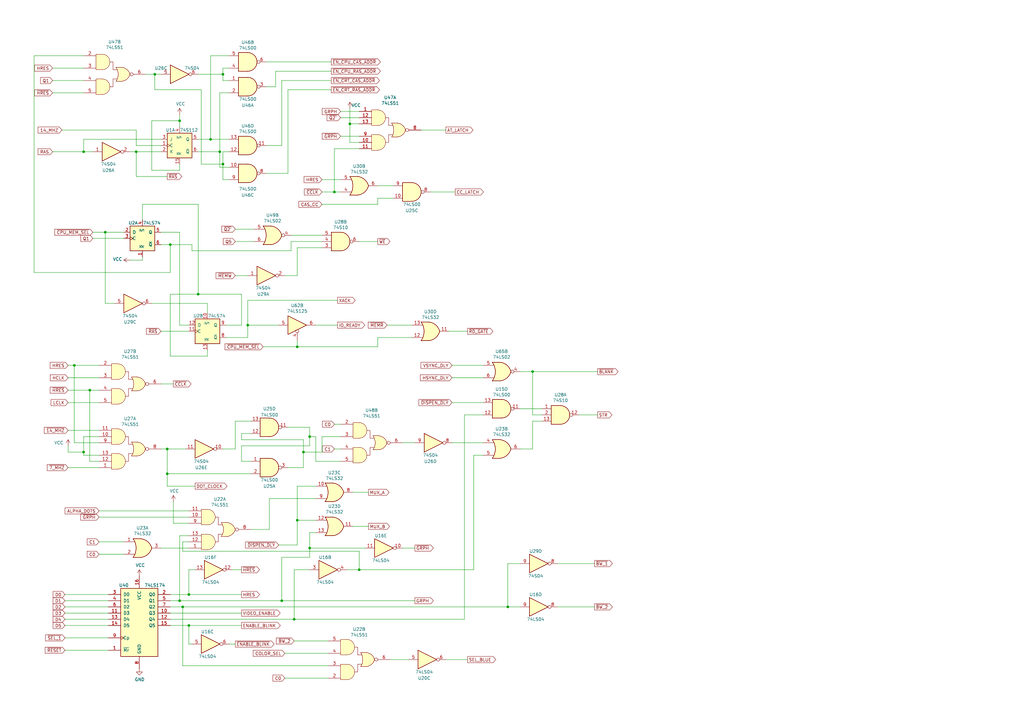
<source format=kicad_sch>
(kicad_sch (version 20230121) (generator eeschema)
  (paper "A3")
  (lib_symbols
    (symbol "74xx:74LS00" (pin_names (offset 1.016))
      (property "Reference" "U" (at 0 1.27 0))
      (property "Value" "74LS00" (at 0 -1.27 0))
      (symbol "74LS00_1_1"
        (pin input line (at -7.62 2.54 0) (length 3.81) (name "~") (number "1"))
        (pin input line (at -7.62 -2.54 0) (length 3.81) (name "~") (number "2"))
        (pin output inverted (at 7.62 0 180) (length 3.81) (name "~") (number "3"))
      )
      (symbol "74LS00_1_2"
        (pin input inverted (at -7.62 2.54 0) (length 4.318) (name "~") (number "1"))
        (pin input inverted (at -7.62 -2.54 0) (length 4.318) (name "~") (number "2"))
        (pin output line (at 7.62 0 180) (length 3.81) (name "~") (number "3"))
      )
      (symbol "74LS00_2_1"
        (pin input line (at -7.62 2.54 0) (length 3.81) (name "~") (number "4"))
        (pin input line (at -7.62 -2.54 0) (length 3.81) (name "~") (number "5"))
        (pin output inverted (at 7.62 0 180) (length 3.81) (name "~") (number "6"))
      )
      (symbol "74LS00_2_2"
        (pin input inverted (at -7.62 2.54 0) (length 4.318) (name "~") (number "4"))
        (pin input inverted (at -7.62 -2.54 0) (length 4.318) (name "~") (number "5"))
        (pin output line (at 7.62 0 180) (length 3.81) (name "~") (number "6"))
      )
      (symbol "74LS00_3_1"
        (pin input line (at -7.62 -2.54 0) (length 3.81) (name "~") (number "10"))
        (pin output inverted (at 7.62 0 180) (length 3.81) (name "~") (number "8"))
        (pin input line (at -7.62 2.54 0) (length 3.81) (name "~") (number "9"))
      )
      (symbol "74LS00_3_2"
        (pin input inverted (at -7.62 -2.54 0) (length 4.318) (name "~") (number "10"))
        (pin output line (at 7.62 0 180) (length 3.81) (name "~") (number "8"))
        (pin input inverted (at -7.62 2.54 0) (length 4.318) (name "~") (number "9"))
      )
      (symbol "74LS00_4_1"
        (pin output inverted (at 7.62 0 180) (length 3.81) (name "~") (number "11"))
        (pin input line (at -7.62 2.54 0) (length 3.81) (name "~") (number "12"))
        (pin input line (at -7.62 -2.54 0) (length 3.81) (name "~") (number "13"))
      )
      (symbol "74LS00_4_2"
        (pin output line (at 7.62 0 180) (length 3.81) (name "~") (number "11"))
        (pin input inverted (at -7.62 2.54 0) (length 4.318) (name "~") (number "12"))
        (pin input inverted (at -7.62 -2.54 0) (length 4.318) (name "~") (number "13"))
      )
      (symbol "74LS00_5_0"
        (pin power_in line (at 0 12.7 270) (length 5.08) (name "VCC") (number "14"))
        (pin power_in line (at 0 -12.7 90) (length 5.08) (name "GND") (number "7"))
      )
    )
    (symbol "74xx:74LS02" (pin_names (offset 1.016))
      (property "Reference" "U" (at 0 1.27 0))
      (property "Value" "74LS02" (at 0 -1.27 0))
      (symbol "74LS02_1_1"
        (pin output inverted (at 7.62 0 180) (length 3.81) (name "~") (number "1"))
        (pin input line (at -7.62 2.54 0) (length 4.318) (name "~") (number "2"))
        (pin input line (at -7.62 -2.54 0) (length 4.318) (name "~") (number "3"))
      )
      (symbol "74LS02_1_2"
        (pin output line (at 7.62 0 180) (length 3.81) (name "~") (number "1"))
        (pin input inverted (at -7.62 2.54 0) (length 3.81) (name "~") (number "2"))
        (pin input inverted (at -7.62 -2.54 0) (length 3.81) (name "~") (number "3"))
      )
      (symbol "74LS02_2_1"
        (pin output inverted (at 7.62 0 180) (length 3.81) (name "~") (number "4"))
        (pin input line (at -7.62 2.54 0) (length 4.318) (name "~") (number "5"))
        (pin input line (at -7.62 -2.54 0) (length 4.318) (name "~") (number "6"))
      )
      (symbol "74LS02_2_2"
        (pin output line (at 7.62 0 180) (length 3.81) (name "~") (number "4"))
        (pin input inverted (at -7.62 2.54 0) (length 3.81) (name "~") (number "5"))
        (pin input inverted (at -7.62 -2.54 0) (length 3.81) (name "~") (number "6"))
      )
      (symbol "74LS02_3_1"
        (pin output inverted (at 7.62 0 180) (length 3.81) (name "~") (number "10"))
        (pin input line (at -7.62 2.54 0) (length 4.318) (name "~") (number "8"))
        (pin input line (at -7.62 -2.54 0) (length 4.318) (name "~") (number "9"))
      )
      (symbol "74LS02_3_2"
        (pin output line (at 7.62 0 180) (length 3.81) (name "~") (number "10"))
        (pin input inverted (at -7.62 2.54 0) (length 3.81) (name "~") (number "8"))
        (pin input inverted (at -7.62 -2.54 0) (length 3.81) (name "~") (number "9"))
      )
      (symbol "74LS02_4_1"
        (pin input line (at -7.62 2.54 0) (length 4.318) (name "~") (number "11"))
        (pin input line (at -7.62 -2.54 0) (length 4.318) (name "~") (number "12"))
        (pin output inverted (at 7.62 0 180) (length 3.81) (name "~") (number "13"))
      )
      (symbol "74LS02_4_2"
        (pin input inverted (at -7.62 2.54 0) (length 3.81) (name "~") (number "11"))
        (pin input inverted (at -7.62 -2.54 0) (length 3.81) (name "~") (number "12"))
        (pin output line (at 7.62 0 180) (length 3.81) (name "~") (number "13"))
      )
      (symbol "74LS02_5_0"
        (pin power_in line (at 0 12.7 270) (length 5.08) (name "VCC") (number "14"))
        (pin power_in line (at 0 -12.7 90) (length 5.08) (name "GND") (number "7"))
      )
    )
    (symbol "74xx:74LS04"
      (property "Reference" "U" (at 0 1.27 0))
      (property "Value" "74LS04" (at 0 -1.27 0))
      (symbol "74LS04_1_0"
        (pin input line (at -7.62 0 0) (length 3.81) (name "~") (number "1"))
        (pin output inverted (at 7.62 0 180) (length 3.81) (name "~") (number "2"))
      )
      (symbol "74LS04_2_0"
        (pin input line (at -7.62 0 0) (length 3.81) (name "~") (number "3"))
        (pin output inverted (at 7.62 0 180) (length 3.81) (name "~") (number "4"))
      )
      (symbol "74LS04_3_0"
        (pin input line (at -7.62 0 0) (length 3.81) (name "~") (number "5"))
        (pin output inverted (at 7.62 0 180) (length 3.81) (name "~") (number "6"))
      )
      (symbol "74LS04_4_0"
        (pin output inverted (at 7.62 0 180) (length 3.81) (name "~") (number "8"))
        (pin input line (at -7.62 0 0) (length 3.81) (name "~") (number "9"))
      )
      (symbol "74LS04_5_0"
        (pin output inverted (at 7.62 0 180) (length 3.81) (name "~") (number "10"))
        (pin input line (at -7.62 0 0) (length 3.81) (name "~") (number "11"))
      )
      (symbol "74LS04_6_0"
        (pin output inverted (at 7.62 0 180) (length 3.81) (name "~") (number "12"))
        (pin input line (at -7.62 0 0) (length 3.81) (name "~") (number "13"))
      )
      (symbol "74LS04_7_0"
        (pin power_in line (at 0 12.7 270) (length 5.08) (name "VCC") (number "14"))
        (pin power_in line (at 0 -12.7 90) (length 5.08) (name "GND") (number "7"))
      )
    )
    (symbol "74xx:74LS10" (pin_names (offset 1.016))
      (property "Reference" "U" (at 0 1.27 0))
      (property "Value" "74LS10" (at 0 -1.27 0))
      (symbol "74LS10_1_1"
        (pin input line (at -7.62 2.54 0) (length 3.81) (name "~") (number "1"))
        (pin output inverted (at 7.62 0 180) (length 3.81) (name "~") (number "12"))
        (pin input line (at -7.62 -2.54 0) (length 3.81) (name "~") (number "13"))
        (pin input line (at -7.62 0 0) (length 3.81) (name "~") (number "2"))
      )
      (symbol "74LS10_1_2"
        (pin input inverted (at -7.62 2.54 0) (length 4.318) (name "~") (number "1"))
        (pin output line (at 7.62 0 180) (length 3.81) (name "~") (number "12"))
        (pin input inverted (at -7.62 -2.54 0) (length 4.318) (name "~") (number "13"))
        (pin input inverted (at -7.62 0 0) (length 4.953) (name "~") (number "2"))
      )
      (symbol "74LS10_2_1"
        (pin input line (at -7.62 2.54 0) (length 3.81) (name "~") (number "3"))
        (pin input line (at -7.62 0 0) (length 3.81) (name "~") (number "4"))
        (pin input line (at -7.62 -2.54 0) (length 3.81) (name "~") (number "5"))
        (pin output inverted (at 7.62 0 180) (length 3.81) (name "~") (number "6"))
      )
      (symbol "74LS10_2_2"
        (pin input inverted (at -7.62 2.54 0) (length 4.318) (name "~") (number "3"))
        (pin input inverted (at -7.62 0 0) (length 4.953) (name "~") (number "4"))
        (pin input inverted (at -7.62 -2.54 0) (length 4.318) (name "~") (number "5"))
        (pin output line (at 7.62 0 180) (length 3.81) (name "~") (number "6"))
      )
      (symbol "74LS10_3_1"
        (pin input line (at -7.62 0 0) (length 3.81) (name "~") (number "10"))
        (pin input line (at -7.62 -2.54 0) (length 3.81) (name "~") (number "11"))
        (pin output inverted (at 7.62 0 180) (length 3.81) (name "~") (number "8"))
        (pin input line (at -7.62 2.54 0) (length 3.81) (name "~") (number "9"))
      )
      (symbol "74LS10_3_2"
        (pin input inverted (at -7.62 0 0) (length 4.953) (name "~") (number "10"))
        (pin input inverted (at -7.62 -2.54 0) (length 4.318) (name "~") (number "11"))
        (pin output line (at 7.62 0 180) (length 3.81) (name "~") (number "8"))
        (pin input inverted (at -7.62 2.54 0) (length 4.318) (name "~") (number "9"))
      )
      (symbol "74LS10_4_0"
        (pin power_in line (at 0 12.7 270) (length 5.08) (name "VCC") (number "14"))
        (pin power_in line (at 0 -12.7 90) (length 5.08) (name "GND") (number "7"))
      )
    )
    (symbol "74xx:74LS112" (pin_names (offset 1.016))
      (property "Reference" "U" (at -7.62 8.89 0))
      (property "Value" "74LS112" (at -7.62 -8.89 0))
      (symbol "74LS112_1_0"
        (pin input clock (at -7.62 0 0) (length 2.54) (name "C") (number "1"))
        (pin input line (at 0 -7.62 90) (length 2.54) (name "~{R}") (number "15"))
        (pin input line (at -7.62 -2.54 0) (length 2.54) (name "K") (number "2"))
        (pin input line (at -7.62 2.54 0) (length 2.54) (name "J") (number "3"))
        (pin input line (at 0 7.62 270) (length 2.54) (name "~{S}") (number "4"))
        (pin output line (at 7.62 2.54 180) (length 2.54) (name "Q") (number "5"))
        (pin output line (at 7.62 -2.54 180) (length 2.54) (name "~{Q}") (number "6"))
      )
      (symbol "74LS112_2_0"
        (pin input line (at 0 7.62 270) (length 2.54) (name "~{S}") (number "10"))
        (pin input line (at -7.62 2.54 0) (length 2.54) (name "J") (number "11"))
        (pin input line (at -7.62 -2.54 0) (length 2.54) (name "K") (number "12"))
        (pin input clock (at -7.62 0 0) (length 2.54) (name "C") (number "13"))
        (pin input line (at 0 -7.62 90) (length 2.54) (name "~{R}") (number "14"))
        (pin output line (at 7.62 -2.54 180) (length 2.54) (name "~{Q}") (number "7"))
        (pin output line (at 7.62 2.54 180) (length 2.54) (name "Q") (number "9"))
      )
      (symbol "74LS112_3_0"
        (pin power_in line (at 0 10.16 270) (length 2.54) (name "VCC") (number "16"))
        (pin power_in line (at 0 -10.16 90) (length 2.54) (name "GND") (number "8"))
      )
    )
    (symbol "74xx:74LS125" (pin_names (offset 1.016))
      (property "Reference" "U" (at 0 1.27 0))
      (property "Value" "74LS125" (at 0 -1.27 0))
      (symbol "74LS125_1_0"
        (pin input inverted (at 0 -6.35 90) (length 4.445) (name "~") (number "1"))
        (pin input line (at -7.62 0 0) (length 3.81) (name "~") (number "2"))
        (pin tri_state line (at 7.62 0 180) (length 3.81) (name "~") (number "3"))
      )
      (symbol "74LS125_2_0"
        (pin input inverted (at 0 -6.35 90) (length 4.445) (name "~") (number "4"))
        (pin input line (at -7.62 0 0) (length 3.81) (name "~") (number "5"))
        (pin tri_state line (at 7.62 0 180) (length 3.81) (name "~") (number "6"))
      )
      (symbol "74LS125_3_0"
        (pin input inverted (at 0 -6.35 90) (length 4.445) (name "~") (number "10"))
        (pin tri_state line (at 7.62 0 180) (length 3.81) (name "~") (number "8"))
        (pin input line (at -7.62 0 0) (length 3.81) (name "~") (number "9"))
      )
      (symbol "74LS125_4_0"
        (pin tri_state line (at 7.62 0 180) (length 3.81) (name "~") (number "11"))
        (pin input line (at -7.62 0 0) (length 3.81) (name "~") (number "12"))
        (pin input inverted (at 0 -6.35 90) (length 4.445) (name "~") (number "13"))
      )
      (symbol "74LS125_5_0"
        (pin power_in line (at 0 12.7 270) (length 5.08) (name "VCC") (number "14"))
        (pin power_in line (at 0 -12.7 90) (length 5.08) (name "GND") (number "7"))
      )
    )
    (symbol "74xx:74LS174" (pin_names (offset 1.016))
      (property "Reference" "U" (at -7.62 13.97 0))
      (property "Value" "74LS174" (at -7.62 -16.51 0))
      (symbol "74LS174_1_0"
        (pin input line (at -12.7 -12.7 0) (length 5.08) (name "~{Mr}") (number "1"))
        (pin output line (at 12.7 2.54 180) (length 5.08) (name "Q3") (number "10"))
        (pin input line (at -12.7 2.54 0) (length 5.08) (name "D3") (number "11"))
        (pin output line (at 12.7 0 180) (length 5.08) (name "Q4") (number "12"))
        (pin input line (at -12.7 0 0) (length 5.08) (name "D4") (number "13"))
        (pin input line (at -12.7 -2.54 0) (length 5.08) (name "D5") (number "14"))
        (pin output line (at 12.7 -2.54 180) (length 5.08) (name "Q5") (number "15"))
        (pin power_in line (at 0 17.78 270) (length 5.08) (name "VCC") (number "16"))
        (pin output line (at 12.7 10.16 180) (length 5.08) (name "Q0") (number "2"))
        (pin input line (at -12.7 10.16 0) (length 5.08) (name "D0") (number "3"))
        (pin input line (at -12.7 7.62 0) (length 5.08) (name "D1") (number "4"))
        (pin output line (at 12.7 7.62 180) (length 5.08) (name "Q1") (number "5"))
        (pin input line (at -12.7 5.08 0) (length 5.08) (name "D2") (number "6"))
        (pin output line (at 12.7 5.08 180) (length 5.08) (name "Q2") (number "7"))
        (pin power_in line (at 0 -20.32 90) (length 5.08) (name "GND") (number "8"))
        (pin input clock (at -12.7 -7.62 0) (length 5.08) (name "Cp") (number "9"))
      )
    )
    (symbol "74xx:74LS32" (pin_names (offset 1.016))
      (property "Reference" "U" (at 0 1.27 0))
      (property "Value" "74LS32" (at 0 -1.27 0))
      (symbol "74LS32_1_1"
        (pin input line (at -7.62 2.54 0) (length 4.318) (name "~") (number "1"))
        (pin input line (at -7.62 -2.54 0) (length 4.318) (name "~") (number "2"))
        (pin output line (at 7.62 0 180) (length 3.81) (name "~") (number "3"))
      )
      (symbol "74LS32_1_2"
        (pin input inverted (at -7.62 2.54 0) (length 3.81) (name "~") (number "1"))
        (pin input inverted (at -7.62 -2.54 0) (length 3.81) (name "~") (number "2"))
        (pin output inverted (at 7.62 0 180) (length 3.81) (name "~") (number "3"))
      )
      (symbol "74LS32_2_1"
        (pin input line (at -7.62 2.54 0) (length 4.318) (name "~") (number "4"))
        (pin input line (at -7.62 -2.54 0) (length 4.318) (name "~") (number "5"))
        (pin output line (at 7.62 0 180) (length 3.81) (name "~") (number "6"))
      )
      (symbol "74LS32_2_2"
        (pin input inverted (at -7.62 2.54 0) (length 3.81) (name "~") (number "4"))
        (pin input inverted (at -7.62 -2.54 0) (length 3.81) (name "~") (number "5"))
        (pin output inverted (at 7.62 0 180) (length 3.81) (name "~") (number "6"))
      )
      (symbol "74LS32_3_1"
        (pin input line (at -7.62 -2.54 0) (length 4.318) (name "~") (number "10"))
        (pin output line (at 7.62 0 180) (length 3.81) (name "~") (number "8"))
        (pin input line (at -7.62 2.54 0) (length 4.318) (name "~") (number "9"))
      )
      (symbol "74LS32_3_2"
        (pin input inverted (at -7.62 -2.54 0) (length 3.81) (name "~") (number "10"))
        (pin output inverted (at 7.62 0 180) (length 3.81) (name "~") (number "8"))
        (pin input inverted (at -7.62 2.54 0) (length 3.81) (name "~") (number "9"))
      )
      (symbol "74LS32_4_1"
        (pin output line (at 7.62 0 180) (length 3.81) (name "~") (number "11"))
        (pin input line (at -7.62 2.54 0) (length 4.318) (name "~") (number "12"))
        (pin input line (at -7.62 -2.54 0) (length 4.318) (name "~") (number "13"))
      )
      (symbol "74LS32_4_2"
        (pin output inverted (at 7.62 0 180) (length 3.81) (name "~") (number "11"))
        (pin input inverted (at -7.62 2.54 0) (length 3.81) (name "~") (number "12"))
        (pin input inverted (at -7.62 -2.54 0) (length 3.81) (name "~") (number "13"))
      )
      (symbol "74LS32_5_0"
        (pin power_in line (at 0 12.7 270) (length 5.08) (name "VCC") (number "14"))
        (pin power_in line (at 0 -12.7 90) (length 5.08) (name "GND") (number "7"))
      )
    )
    (symbol "74xx:74LS51" (pin_names (offset 1.016))
      (property "Reference" "U" (at -7.62 10.16 0))
      (property "Value" "74LS51" (at -7.62 -10.16 0))
      (symbol "74LS51_1_0"
        (pin input line (at -12.7 7.62 0) (length 5.08) (name "~") (number "1"))
        (pin input line (at -12.7 -5.08 0) (length 5.08) (name "~") (number "10"))
        (pin input line (at -12.7 -7.62 0) (length 5.08) (name "~") (number "11"))
        (pin input line (at -12.7 5.08 0) (length 5.08) (name "~") (number "12"))
        (pin input line (at -12.7 2.54 0) (length 5.08) (name "~") (number "13"))
        (pin output line (at 12.7 0 180) (length 5.08) (name "~") (number "8"))
        (pin input line (at -12.7 -2.54 0) (length 5.08) (name "~") (number "9"))
      )
      (symbol "74LS51_2_0"
        (pin input line (at -12.7 7.62 0) (length 5.08) (name "~") (number "2"))
        (pin input line (at -12.7 2.54 0) (length 5.08) (name "~") (number "3"))
        (pin input line (at -12.7 -2.54 0) (length 5.08) (name "~") (number "4"))
        (pin input line (at -12.7 -7.62 0) (length 5.08) (name "~") (number "5"))
        (pin output line (at 12.7 0 180) (length 5.08) (name "~") (number "6"))
      )
      (symbol "74LS51_3_0"
        (pin power_in line (at 0 12.7 270) (length 5.08) (name "VCC") (number "14"))
        (pin power_in line (at 0 -12.7 90) (length 5.08) (name "GND") (number "7"))
      )
    )
    (symbol "74xx:74LS74" (pin_names (offset 1.016))
      (property "Reference" "U" (at -7.62 8.89 0))
      (property "Value" "74LS74" (at -7.62 -8.89 0))
      (symbol "74LS74_1_0"
        (pin input line (at 0 -7.62 90) (length 2.54) (name "~{R}") (number "1"))
        (pin input line (at -7.62 2.54 0) (length 2.54) (name "D") (number "2"))
        (pin input clock (at -7.62 0 0) (length 2.54) (name "C") (number "3"))
        (pin input line (at 0 7.62 270) (length 2.54) (name "~{S}") (number "4"))
        (pin output line (at 7.62 2.54 180) (length 2.54) (name "Q") (number "5"))
        (pin output line (at 7.62 -2.54 180) (length 2.54) (name "~{Q}") (number "6"))
      )
      (symbol "74LS74_2_0"
        (pin input line (at 0 7.62 270) (length 2.54) (name "~{S}") (number "10"))
        (pin input clock (at -7.62 0 0) (length 2.54) (name "C") (number "11"))
        (pin input line (at -7.62 2.54 0) (length 2.54) (name "D") (number "12"))
        (pin input line (at 0 -7.62 90) (length 2.54) (name "~{R}") (number "13"))
        (pin output line (at 7.62 -2.54 180) (length 2.54) (name "~{Q}") (number "8"))
        (pin output line (at 7.62 2.54 180) (length 2.54) (name "Q") (number "9"))
      )
      (symbol "74LS74_3_0"
        (pin power_in line (at 0 10.16 270) (length 2.54) (name "VCC") (number "14"))
        (pin power_in line (at 0 -10.16 90) (length 2.54) (name "GND") (number "7"))
      )
    )
    (symbol "power:GND" (power) (pin_names (offset 0))
      (property "Value" "GND" (at 0 -3.81 0))
      (symbol "GND_1_1"
        (pin power_in line (at 0 0 270) (length 0) hide (name "GND") (number "1"))
      )
    )
    (symbol "power:VCC" (power) (pin_names (offset 0))
      (property "Value" "VCC" (at 0 3.81 0))
      (symbol "VCC_1_1"
        (pin power_in line (at 0 0 90) (length 0) hide (name "VCC") (number "1"))
      )
    )
  )
  (junction (at 63.5 30.48))
  (junction (at 77.47 243.84))
  (junction (at 101.6 133.35))
  (junction (at 121.92 142.24))
  (junction (at 127 179.07))
  (junction (at 34.29 62.23))
  (junction (at 55.88 62.23))
  (junction (at 143.51 50.8))
  (junction (at 91.44 30.48))
  (junction (at 69.85 100.33))
  (junction (at 77.47 256.54))
  (junction (at 208.28 248.92))
  (junction (at 81.28 120.65))
  (junction (at 120.65 254))
  (junction (at 147.32 233.68))
  (junction (at 91.44 67.31))
  (junction (at 73.66 49.53))
  (junction (at 127 224.79))
  (junction (at 43.18 95.25))
  (junction (at 90.17 62.23))
  (junction (at 68.58 184.15))
  (junction (at 34.29 185.42))
  (junction (at 74.93 248.92))
  (junction (at 124.46 185.42))
  (junction (at 86.36 57.15))
  (junction (at 115.57 246.38))
  (junction (at 137.16 78.74))
  (junction (at 73.66 246.38))
  (junction (at 68.58 194.31))
  (junction (at 218.44 152.4))
  (junction (at 121.92 213.36))
  (junction (at 30.48 149.86))
  (junction (at 36.83 160.02))
  (wire (pts (xy 120.65 254) (xy 69.85 254)))
  (wire (pts (xy 101.6 123.19) (xy 138.43 123.19)))
  (wire (pts (xy 69.85 251.46) (xy 99.06 251.46)))
  (wire (pts (xy 115.57 246.38) (xy 115.57 228.6)))
  (wire (pts (xy 68.58 184.15) (xy 68.58 194.31)))
  (wire (pts (xy 165.1 181.61) (xy 170.18 181.61)))
  (wire (pts (xy 154.94 142.24) (xy 154.94 138.43)))
  (wire (pts (xy 213.36 184.15) (xy 218.44 184.15)))
  (wire (pts (xy 218.44 184.15) (xy 218.44 172.72)))
  (wire (pts (xy 129.54 213.36) (xy 121.92 213.36)))
  (wire (pts (xy 124.46 180.34) (xy 99.06 180.34)))
  (wire (pts (xy 121.92 139.7) (xy 121.92 142.24)))
  (wire (pts (xy 44.45 254) (xy 26.67 254)))
  (wire (pts (xy 113.03 29.21) (xy 113.03 35.56)))
  (wire (pts (xy 69.85 100.33) (xy 69.85 111.76)))
  (wire (pts (xy 144.78 215.9) (xy 151.13 215.9)))
  (wire (pts (xy 99.06 189.23) (xy 102.87 189.23)))
  (wire (pts (xy 58.42 83.82) (xy 81.28 83.82)))
  (wire (pts (xy 120.65 262.89) (xy 134.62 262.89)))
  (wire (pts (xy 63.5 36.83) (xy 63.5 30.48)))
  (wire (pts (xy 93.98 264.16) (xy 96.52 264.16)))
  (wire (pts (xy 91.44 27.94) (xy 91.44 30.48)))
  (wire (pts (xy 127 233.68) (xy 120.65 233.68)))
  (wire (pts (xy 208.28 248.92) (xy 213.36 248.92)))
  (wire (pts (xy 27.94 182.88) (xy 27.94 185.42)))
  (wire (pts (xy 40.64 149.86) (xy 30.48 149.86)))
  (wire (pts (xy 62.23 124.46) (xy 85.09 124.46)))
  (wire (pts (xy 26.67 261.62) (xy 44.45 261.62)))
  (wire (pts (xy 194.31 233.68) (xy 194.31 186.69)))
  (wire (pts (xy 114.3 133.35) (xy 101.6 133.35)))
  (wire (pts (xy 139.7 78.74) (xy 137.16 78.74)))
  (wire (pts (xy 40.64 222.25) (xy 50.8 222.25)))
  (wire (pts (xy 135.89 36.83) (xy 118.11 36.83)))
  (wire (pts (xy 40.64 160.02) (xy 36.83 160.02)))
  (wire (pts (xy 121.92 142.24) (xy 107.95 142.24)))
  (wire (pts (xy 99.06 133.35) (xy 99.06 120.65)))
  (wire (pts (xy 213.36 231.14) (xy 208.28 231.14)))
  (wire (pts (xy 81.28 83.82) (xy 81.28 120.65)))
  (wire (pts (xy 73.66 95.25) (xy 73.66 133.35)))
  (wire (pts (xy 91.44 67.31) (xy 82.55 67.31)))
  (wire (pts (xy 118.11 175.26) (xy 127 175.26)))
  (wire (pts (xy 138.43 133.35) (xy 129.54 133.35)))
  (wire (pts (xy 81.28 57.15) (xy 86.36 57.15)))
  (wire (pts (xy 137.16 184.15) (xy 139.7 184.15)))
  (wire (pts (xy 119.38 102.87) (xy 119.38 99.06)))
  (wire (pts (xy 62.23 49.53) (xy 73.66 49.53)))
  (wire (pts (xy 161.29 81.28) (xy 154.94 81.28)))
  (wire (pts (xy 176.53 78.74) (xy 186.69 78.74)))
  (wire (pts (xy 115.57 33.02) (xy 115.57 59.69)))
  (wire (pts (xy 165.1 224.79) (xy 170.18 224.79)))
  (wire (pts (xy 69.85 111.76) (xy 13.97 111.76)))
  (wire (pts (xy 121.92 142.24) (xy 154.94 142.24)))
  (wire (pts (xy 71.12 157.48) (xy 66.04 157.48)))
  (wire (pts (xy 34.29 57.15) (xy 66.04 57.15)))
  (wire (pts (xy 26.67 266.7) (xy 44.45 266.7)))
  (wire (pts (xy 91.44 67.31) (xy 91.44 73.66)))
  (wire (pts (xy 147.32 226.06) (xy 74.93 226.06)))
  (wire (pts (xy 73.66 246.38) (xy 69.85 246.38)))
  (wire (pts (xy 36.83 189.23) (xy 36.83 160.02)))
  (wire (pts (xy 91.44 30.48) (xy 91.44 33.02)))
  (wire (pts (xy 154.94 81.28) (xy 154.94 83.82)))
  (wire (pts (xy 27.94 176.53) (xy 40.64 176.53)))
  (wire (pts (xy 154.94 138.43) (xy 168.91 138.43)))
  (wire (pts (xy 121.92 213.36) (xy 121.92 199.39)))
  (wire (pts (xy 190.5 170.18) (xy 190.5 254)))
  (wire (pts (xy 185.42 154.94) (xy 198.12 154.94)))
  (wire (pts (xy 80.01 233.68) (xy 77.47 233.68)))
  (wire (pts (xy 66.04 135.89) (xy 77.47 135.89)))
  (wire (pts (xy 13.97 22.86) (xy 34.29 22.86)))
  (wire (pts (xy 143.51 58.42) (xy 143.51 50.8)))
  (wire (pts (xy 237.49 170.18) (xy 245.11 170.18)))
  (wire (pts (xy 44.45 256.54) (xy 26.67 256.54)))
  (wire (pts (xy 101.6 133.35) (xy 101.6 123.19)))
  (wire (pts (xy 118.11 71.12) (xy 109.22 71.12)))
  (wire (pts (xy 90.17 62.23) (xy 90.17 68.58)))
  (wire (pts (xy 93.98 62.23) (xy 91.44 62.23)))
  (wire (pts (xy 213.36 167.64) (xy 222.25 167.64)))
  (wire (pts (xy 44.45 248.92) (xy 26.67 248.92)))
  (wire (pts (xy 69.85 256.54) (xy 77.47 256.54)))
  (wire (pts (xy 81.28 62.23) (xy 90.17 62.23)))
  (wire (pts (xy 90.17 38.1) (xy 93.98 38.1)))
  (wire (pts (xy 213.36 152.4) (xy 218.44 152.4)))
  (wire (pts (xy 73.66 49.53) (xy 73.66 52.07)))
  (wire (pts (xy 101.6 138.43) (xy 101.6 133.35)))
  (wire (pts (xy 99.06 120.65) (xy 81.28 120.65)))
  (wire (pts (xy 44.45 243.84) (xy 26.67 243.84)))
  (wire (pts (xy 218.44 172.72) (xy 222.25 172.72)))
  (wire (pts (xy 120.65 233.68) (xy 120.65 254)))
  (wire (pts (xy 95.25 233.68) (xy 99.06 233.68)))
  (wire (pts (xy 121.92 199.39) (xy 129.54 199.39)))
  (wire (pts (xy 110.49 217.17) (xy 110.49 204.47)))
  (wire (pts (xy 139.7 45.72) (xy 147.32 45.72)))
  (wire (pts (xy 34.29 62.23) (xy 34.29 57.15)))
  (wire (pts (xy 121.92 101.6) (xy 121.92 113.03)))
  (wire (pts (xy 74.93 248.92) (xy 74.93 273.05)))
  (wire (pts (xy 158.75 133.35) (xy 168.91 133.35)))
  (wire (pts (xy 218.44 170.18) (xy 222.25 170.18)))
  (wire (pts (xy 127 218.44) (xy 129.54 218.44)))
  (wire (pts (xy 77.47 233.68) (xy 77.47 243.84)))
  (wire (pts (xy 185.42 149.86) (xy 198.12 149.86)))
  (wire (pts (xy 34.29 33.02) (xy 21.59 33.02)))
  (wire (pts (xy 129.54 179.07) (xy 129.54 189.23)))
  (wire (pts (xy 58.42 106.68) (xy 58.42 105.41)))
  (wire (pts (xy 77.47 256.54) (xy 99.06 256.54)))
  (wire (pts (xy 55.88 53.34) (xy 55.88 59.69)))
  (wire (pts (xy 228.6 231.14) (xy 243.84 231.14)))
  (wire (pts (xy 137.16 60.96) (xy 137.16 78.74)))
  (wire (pts (xy 116.84 278.13) (xy 134.62 278.13)))
  (wire (pts (xy 74.93 222.25) (xy 77.47 222.25)))
  (wire (pts (xy 73.66 69.85) (xy 62.23 69.85)))
  (wire (pts (xy 114.3 223.52) (xy 121.92 223.52)))
  (wire (pts (xy 137.16 173.99) (xy 139.7 173.99)))
  (wire (pts (xy 13.97 111.76) (xy 13.97 22.86)))
  (wire (pts (xy 115.57 59.69) (xy 109.22 59.69)))
  (wire (pts (xy 44.45 251.46) (xy 26.67 251.46)))
  (wire (pts (xy 116.84 267.97) (xy 134.62 267.97)))
  (wire (pts (xy 93.98 57.15) (xy 86.36 57.15)))
  (wire (pts (xy 99.06 182.88) (xy 99.06 189.23)))
  (wire (pts (xy 86.36 57.15) (xy 86.36 22.86)))
  (wire (pts (xy 68.58 199.39) (xy 80.01 199.39)))
  (wire (pts (xy 124.46 185.42) (xy 124.46 180.34)))
  (wire (pts (xy 91.44 184.15) (xy 96.52 184.15)))
  (wire (pts (xy 190.5 254) (xy 120.65 254)))
  (wire (pts (xy 78.74 102.87) (xy 119.38 102.87)))
  (wire (pts (xy 208.28 231.14) (xy 208.28 248.92)))
  (wire (pts (xy 78.74 100.33) (xy 78.74 102.87)))
  (wire (pts (xy 55.88 72.39) (xy 68.58 72.39)))
  (wire (pts (xy 119.38 96.52) (xy 132.08 96.52)))
  (wire (pts (xy 78.74 264.16) (xy 77.47 264.16)))
  (wire (pts (xy 127 179.07) (xy 129.54 179.07)))
  (wire (pts (xy 92.71 138.43) (xy 101.6 138.43)))
  (wire (pts (xy 69.85 243.84) (xy 77.47 243.84)))
  (wire (pts (xy 182.88 270.51) (xy 191.77 270.51)))
  (wire (pts (xy 139.7 48.26) (xy 147.32 48.26)))
  (wire (pts (xy 115.57 228.6) (xy 127 228.6)))
  (wire (pts (xy 147.32 99.06) (xy 154.94 99.06)))
  (wire (pts (xy 69.85 146.05) (xy 85.09 146.05)))
  (wire (pts (xy 74.93 273.05) (xy 134.62 273.05)))
  (wire (pts (xy 115.57 246.38) (xy 170.18 246.38)))
  (wire (pts (xy 34.29 38.1) (xy 21.59 38.1)))
  (wire (pts (xy 86.36 22.86) (xy 93.98 22.86)))
  (wire (pts (xy 55.88 59.69) (xy 66.04 59.69)))
  (wire (pts (xy 40.64 181.61) (xy 30.48 181.61)))
  (wire (pts (xy 132.08 179.07) (xy 139.7 179.07)))
  (wire (pts (xy 38.1 62.23) (xy 34.29 62.23)))
  (wire (pts (xy 218.44 152.4) (xy 218.44 170.18)))
  (wire (pts (xy 127 179.07) (xy 127 182.88)))
  (wire (pts (xy 118.11 191.77) (xy 124.46 191.77)))
  (wire (pts (xy 139.7 55.88) (xy 147.32 55.88)))
  (wire (pts (xy 144.78 201.93) (xy 151.13 201.93)))
  (wire (pts (xy 77.47 264.16) (xy 77.47 256.54)))
  (wire (pts (xy 119.38 99.06) (xy 132.08 99.06)))
  (wire (pts (xy 127 224.79) (xy 127 218.44)))
  (wire (pts (xy 91.44 30.48) (xy 81.28 30.48)))
  (wire (pts (xy 53.34 62.23) (xy 55.88 62.23)))
  (wire (pts (xy 53.34 106.68) (xy 58.42 106.68)))
  (wire (pts (xy 40.64 165.1) (xy 27.94 165.1)))
  (wire (pts (xy 172.72 53.34) (xy 182.88 53.34)))
  (wire (pts (xy 127 228.6) (xy 127 224.79)))
  (wire (pts (xy 194.31 186.69) (xy 198.12 186.69)))
  (wire (pts (xy 55.88 62.23) (xy 66.04 62.23)))
  (wire (pts (xy 118.11 36.83) (xy 118.11 71.12)))
  (wire (pts (xy 91.44 73.66) (xy 93.98 73.66)))
  (wire (pts (xy 77.47 214.63) (xy 71.12 214.63)))
  (wire (pts (xy 124.46 185.42) (xy 132.08 185.42)))
  (wire (pts (xy 132.08 101.6) (xy 121.92 101.6)))
  (wire (pts (xy 27.94 185.42) (xy 34.29 185.42)))
  (wire (pts (xy 40.64 227.33) (xy 50.8 227.33)))
  (wire (pts (xy 93.98 27.94) (xy 91.44 27.94)))
  (wire (pts (xy 185.42 181.61) (xy 198.12 181.61)))
  (wire (pts (xy 30.48 181.61) (xy 30.48 149.86)))
  (wire (pts (xy 90.17 68.58) (xy 93.98 68.58)))
  (wire (pts (xy 50.8 97.79) (xy 38.1 97.79)))
  (wire (pts (xy 73.66 49.53) (xy 73.66 46.99)))
  (wire (pts (xy 30.48 149.86) (xy 27.94 149.86)))
  (wire (pts (xy 73.66 246.38) (xy 115.57 246.38)))
  (wire (pts (xy 109.22 25.4) (xy 135.89 25.4)))
  (wire (pts (xy 36.83 160.02) (xy 27.94 160.02)))
  (wire (pts (xy 147.32 60.96) (xy 137.16 60.96)))
  (wire (pts (xy 40.64 154.94) (xy 27.94 154.94)))
  (wire (pts (xy 198.12 170.18) (xy 190.5 170.18)))
  (wire (pts (xy 59.69 30.48) (xy 63.5 30.48)))
  (wire (pts (xy 184.15 135.89) (xy 191.77 135.89)))
  (wire (pts (xy 34.29 179.07) (xy 34.29 185.42)))
  (wire (pts (xy 154.94 83.82) (xy 132.08 83.82)))
  (wire (pts (xy 96.52 99.06) (xy 104.14 99.06)))
  (wire (pts (xy 96.52 93.98) (xy 104.14 93.98)))
  (wire (pts (xy 63.5 30.48) (xy 66.04 30.48)))
  (wire (pts (xy 85.09 124.46) (xy 85.09 128.27)))
  (wire (pts (xy 43.18 95.25) (xy 43.18 124.46)))
  (wire (pts (xy 40.64 191.77) (xy 27.94 191.77)))
  (wire (pts (xy 40.64 179.07) (xy 34.29 179.07)))
  (wire (pts (xy 92.71 133.35) (xy 99.06 133.35)))
  (wire (pts (xy 69.85 248.92) (xy 74.93 248.92)))
  (wire (pts (xy 82.55 67.31) (xy 82.55 36.83)))
  (wire (pts (xy 66.04 95.25) (xy 73.66 95.25)))
  (wire (pts (xy 66.04 100.33) (xy 69.85 100.33)))
  (wire (pts (xy 82.55 36.83) (xy 63.5 36.83)))
  (wire (pts (xy 149.86 224.79) (xy 127 224.79)))
  (wire (pts (xy 73.66 219.71) (xy 73.66 246.38)))
  (wire (pts (xy 124.46 191.77) (xy 124.46 185.42)))
  (wire (pts (xy 121.92 223.52) (xy 121.92 213.36)))
  (wire (pts (xy 127 182.88) (xy 99.06 182.88)))
  (wire (pts (xy 96.52 172.72) (xy 102.87 172.72)))
  (wire (pts (xy 228.6 248.92) (xy 243.84 248.92)))
  (wire (pts (xy 68.58 194.31) (xy 68.58 199.39)))
  (wire (pts (xy 96.52 113.03) (xy 101.6 113.03)))
  (wire (pts (xy 147.32 233.68) (xy 147.32 226.06)))
  (wire (pts (xy 102.87 194.31) (xy 68.58 194.31)))
  (wire (pts (xy 58.42 90.17) (xy 58.42 83.82)))
  (wire (pts (xy 66.04 224.79) (xy 77.47 224.79)))
  (wire (pts (xy 69.85 100.33) (xy 78.74 100.33)))
  (wire (pts (xy 40.64 189.23) (xy 36.83 189.23)))
  (wire (pts (xy 44.45 246.38) (xy 26.67 246.38)))
  (wire (pts (xy 121.92 113.03) (xy 116.84 113.03)))
  (wire (pts (xy 132.08 73.66) (xy 139.7 73.66)))
  (wire (pts (xy 96.52 184.15) (xy 96.52 172.72)))
  (wire (pts (xy 71.12 214.63) (xy 71.12 205.74)))
  (wire (pts (xy 74.93 248.92) (xy 208.28 248.92)))
  (wire (pts (xy 69.85 120.65) (xy 69.85 146.05)))
  (wire (pts (xy 38.1 95.25) (xy 43.18 95.25)))
  (wire (pts (xy 127 175.26) (xy 127 179.07)))
  (wire (pts (xy 77.47 219.71) (xy 73.66 219.71)))
  (wire (pts (xy 147.32 233.68) (xy 142.24 233.68)))
  (wire (pts (xy 90.17 62.23) (xy 90.17 38.1)))
  (wire (pts (xy 132.08 185.42) (xy 132.08 179.07)))
  (wire (pts (xy 135.89 33.02) (xy 115.57 33.02)))
  (wire (pts (xy 85.09 146.05) (xy 85.09 143.51)))
  (wire (pts (xy 77.47 212.09) (xy 40.64 212.09)))
  (wire (pts (xy 99.06 177.8) (xy 102.87 177.8)))
  (wire (pts (xy 245.11 152.4) (xy 218.44 152.4)))
  (wire (pts (xy 147.32 58.42) (xy 143.51 58.42)))
  (wire (pts (xy 43.18 124.46) (xy 46.99 124.46)))
  (wire (pts (xy 185.42 165.1) (xy 198.12 165.1)))
  (wire (pts (xy 160.02 270.51) (xy 167.64 270.51)))
  (wire (pts (xy 194.31 233.68) (xy 147.32 233.68)))
  (wire (pts (xy 110.49 204.47) (xy 129.54 204.47)))
  (wire (pts (xy 91.44 33.02) (xy 93.98 33.02)))
  (wire (pts (xy 74.93 226.06) (xy 74.93 222.25)))
  (wire (pts (xy 161.29 76.2) (xy 154.94 76.2)))
  (wire (pts (xy 129.54 189.23) (xy 139.7 189.23)))
  (wire (pts (xy 77.47 243.84) (xy 99.06 243.84)))
  (wire (pts (xy 91.44 62.23) (xy 91.44 67.31)))
  (wire (pts (xy 25.4 53.34) (xy 55.88 53.34)))
  (wire (pts (xy 73.66 133.35) (xy 77.47 133.35)))
  (wire (pts (xy 135.89 29.21) (xy 113.03 29.21)))
  (wire (pts (xy 81.28 120.65) (xy 69.85 120.65)))
  (wire (pts (xy 34.29 27.94) (xy 21.59 27.94)))
  (wire (pts (xy 66.04 184.15) (xy 68.58 184.15)))
  (wire (pts (xy 43.18 95.25) (xy 50.8 95.25)))
  (wire (pts (xy 62.23 69.85) (xy 62.23 49.53)))
  (wire (pts (xy 68.58 184.15) (xy 76.2 184.15)))
  (wire (pts (xy 113.03 35.56) (xy 109.22 35.56)))
  (wire (pts (xy 34.29 62.23) (xy 21.59 62.23)))
  (wire (pts (xy 137.16 78.74) (xy 132.08 78.74)))
  (wire (pts (xy 73.66 67.31) (xy 73.66 69.85)))
  (wire (pts (xy 143.51 50.8) (xy 143.51 44.45)))
  (wire (pts (xy 34.29 186.69) (xy 40.64 186.69)))
  (wire (pts (xy 77.47 209.55) (xy 40.64 209.55)))
  (wire (pts (xy 55.88 62.23) (xy 55.88 72.39)))
  (wire (pts (xy 99.06 180.34) (xy 99.06 177.8)))
  (wire (pts (xy 143.51 50.8) (xy 147.32 50.8)))
  (wire (pts (xy 102.87 217.17) (xy 110.49 217.17)))
  (wire (pts (xy 34.29 185.42) (xy 34.29 186.69)))
  (global_label "~{ENABLE_BLINK}" (shape output) (at 96.52 264.16 0) (property "Intersheetrefs" "${INTERSHEET_REFS}" (effects hide)))
  (global_label "VSYNC_DLY" (shape input) (at 185.42 149.86 180) (property "Intersheetrefs" "${INTERSHEET_REFS}" (effects hide)))
  (global_label "~{RAS}" (shape output) (at 68.58 72.39 0) (property "Intersheetrefs" "${INTERSHEET_REFS}" (effects hide)))
  (global_label "C0" (shape input) (at 40.64 227.33 180) (property "Intersheetrefs" "${INTERSHEET_REFS}" (effects hide)))
  (global_label "14_MHZ" (shape input) (at 25.4 53.34 180) (property "Intersheetrefs" "${INTERSHEET_REFS}" (effects hide)))
  (global_label "ENABLE_BLINK" (shape output) (at 99.06 256.54 0) (property "Intersheetrefs" "${INTERSHEET_REFS}" (effects hide)))
  (global_label "ALPHA_DOTS" (shape input) (at 40.64 209.55 180) (property "Intersheetrefs" "${INTERSHEET_REFS}" (effects hide)))
  (global_label "GRPH" (shape output) (at 170.18 246.38 0) (property "Intersheetrefs" "${INTERSHEET_REFS}" (effects hide)))
  (global_label "COLOR_SEL" (shape input) (at 116.84 267.97 180) (property "Intersheetrefs" "${INTERSHEET_REFS}" (effects hide)))
  (global_label "~{EN_CRT_CAS_ADDR}" (shape output) (at 135.89 33.02 0) (property "Intersheetrefs" "${INTERSHEET_REFS}" (effects hide)))
  (global_label "~{WE}" (shape output) (at 154.94 99.06 0) (property "Intersheetrefs" "${INTERSHEET_REFS}" (effects hide)))
  (global_label "VIDEO_ENABLE" (shape output) (at 99.06 251.46 0) (property "Intersheetrefs" "${INTERSHEET_REFS}" (effects hide)))
  (global_label "XACK" (shape output) (at 138.43 123.19 0) (property "Intersheetrefs" "${INTERSHEET_REFS}" (effects hide)))
  (global_label "~{DISPEN_DLY}" (shape input) (at 114.3 223.52 180) (property "Intersheetrefs" "${INTERSHEET_REFS}" (effects hide)))
  (global_label "~{CPU_MEM_SEL}" (shape input) (at 38.1 95.25 180) (property "Intersheetrefs" "${INTERSHEET_REFS}" (effects hide)))
  (global_label "C1" (shape input) (at 40.64 222.25 180) (property "Intersheetrefs" "${INTERSHEET_REFS}" (effects hide)))
  (global_label "Q1" (shape input) (at 21.59 33.02 180) (property "Intersheetrefs" "${INTERSHEET_REFS}" (effects hide)))
  (global_label "LCLK" (shape input) (at 27.94 165.1 180) (property "Intersheetrefs" "${INTERSHEET_REFS}" (effects hide)))
  (global_label "~{HRES}" (shape output) (at 99.06 233.68 0) (property "Intersheetrefs" "${INTERSHEET_REFS}" (effects hide)))
  (global_label "C0" (shape input) (at 116.84 278.13 180) (property "Intersheetrefs" "${INTERSHEET_REFS}" (effects hide)))
  (global_label "~{BW_2}" (shape output) (at 243.84 248.92 0) (property "Intersheetrefs" "${INTERSHEET_REFS}" (effects hide)))
  (global_label "HRES" (shape input) (at 132.08 73.66 180) (property "Intersheetrefs" "${INTERSHEET_REFS}" (effects hide)))
  (global_label "~{GRPH}" (shape output) (at 170.18 224.79 0) (property "Intersheetrefs" "${INTERSHEET_REFS}" (effects hide)))
  (global_label "~{RAS}" (shape input) (at 66.04 135.89 180) (property "Intersheetrefs" "${INTERSHEET_REFS}" (effects hide)))
  (global_label "~{7_MHZ}" (shape input) (at 27.94 191.77 180) (property "Intersheetrefs" "${INTERSHEET_REFS}" (effects hide)))
  (global_label "~{BW_2}" (shape input) (at 120.65 262.89 180) (property "Intersheetrefs" "${INTERSHEET_REFS}" (effects hide)))
  (global_label "RAS" (shape input) (at 21.59 62.23 180) (property "Intersheetrefs" "${INTERSHEET_REFS}" (effects hide)))
  (global_label "GRPH" (shape input) (at 139.7 45.72 180) (property "Intersheetrefs" "${INTERSHEET_REFS}" (effects hide)))
  (global_label "~{MEMR}" (shape input) (at 158.75 133.35 180) (property "Intersheetrefs" "${INTERSHEET_REFS}" (effects hide)))
  (global_label "D5" (shape input) (at 26.67 256.54 180) (property "Intersheetrefs" "${INTERSHEET_REFS}" (effects hide)))
  (global_label "HRES" (shape input) (at 27.94 149.86 180) (property "Intersheetrefs" "${INTERSHEET_REFS}" (effects hide)))
  (global_label "~{EN_CRT_RAS_ADDR}" (shape output) (at 135.89 36.83 0) (property "Intersheetrefs" "${INTERSHEET_REFS}" (effects hide)))
  (global_label "IO_READY" (shape output) (at 138.43 133.35 0) (property "Intersheetrefs" "${INTERSHEET_REFS}" (effects hide)))
  (global_label "~{BLANK}" (shape output) (at 245.11 152.4 0) (property "Intersheetrefs" "${INTERSHEET_REFS}" (effects hide)))
  (global_label "~{RD_GATE}" (shape output) (at 191.77 135.89 0) (property "Intersheetrefs" "${INTERSHEET_REFS}" (effects hide)))
  (global_label "~{CPU_MEM_SEL}" (shape input) (at 107.95 142.24 180) (property "Intersheetrefs" "${INTERSHEET_REFS}" (effects hide)))
  (global_label "DOT_CLOCK" (shape output) (at 80.01 199.39 0) (property "Intersheetrefs" "${INTERSHEET_REFS}" (effects hide)))
  (global_label "AT_LATCH" (shape output) (at 182.88 53.34 0) (property "Intersheetrefs" "${INTERSHEET_REFS}" (effects hide)))
  (global_label "~{GRPH}" (shape input) (at 40.64 212.09 180) (property "Intersheetrefs" "${INTERSHEET_REFS}" (effects hide)))
  (global_label "~{RESET}" (shape input) (at 26.67 266.7 180) (property "Intersheetrefs" "${INTERSHEET_REFS}" (effects hide)))
  (global_label "~{MEMW}" (shape input) (at 96.52 113.03 180) (property "Intersheetrefs" "${INTERSHEET_REFS}" (effects hide)))
  (global_label "~{CCLK}" (shape output) (at 71.12 157.48 0) (property "Intersheetrefs" "${INTERSHEET_REFS}" (effects hide)))
  (global_label "~{EN_CPU_RAS_ADDR}" (shape output) (at 135.89 29.21 0) (property "Intersheetrefs" "${INTERSHEET_REFS}" (effects hide)))
  (global_label "~{EN_CPU_CAS_ADDR}" (shape output) (at 135.89 25.4 0) (property "Intersheetrefs" "${INTERSHEET_REFS}" (effects hide)))
  (global_label "Q5" (shape input) (at 96.52 99.06 180) (property "Intersheetrefs" "${INTERSHEET_REFS}" (effects hide)))
  (global_label "STR" (shape output) (at 245.11 170.18 0) (property "Intersheetrefs" "${INTERSHEET_REFS}" (effects hide)))
  (global_label "~{Q2'}" (shape input) (at 96.52 93.98 180) (property "Intersheetrefs" "${INTERSHEET_REFS}" (effects hide)))
  (global_label "~{DISPEN_DLY}" (shape input) (at 185.42 165.1 180) (property "Intersheetrefs" "${INTERSHEET_REFS}" (effects hide)))
  (global_label "C0" (shape input) (at 137.16 173.99 180) (property "Intersheetrefs" "${INTERSHEET_REFS}" (effects hide)))
  (global_label "CC_LATCH" (shape output) (at 186.69 78.74 0) (property "Intersheetrefs" "${INTERSHEET_REFS}" (effects hide)))
  (global_label "Q1" (shape input) (at 38.1 97.79 180) (property "Intersheetrefs" "${INTERSHEET_REFS}" (effects hide)))
  (global_label "D0" (shape input) (at 26.67 243.84 180) (property "Intersheetrefs" "${INTERSHEET_REFS}" (effects hide)))
  (global_label "MUX_B" (shape output) (at 151.13 215.9 0) (property "Intersheetrefs" "${INTERSHEET_REFS}" (effects hide)))
  (global_label "~{CCLK}" (shape input) (at 132.08 78.74 180) (property "Intersheetrefs" "${INTERSHEET_REFS}" (effects hide)))
  (global_label "~{SEL_1}" (shape input) (at 26.67 261.62 180) (property "Intersheetrefs" "${INTERSHEET_REFS}" (effects hide)))
  (global_label "~{HRES}" (shape input) (at 21.59 38.1 180) (property "Intersheetrefs" "${INTERSHEET_REFS}" (effects hide)))
  (global_label "D2" (shape input) (at 26.67 248.92 180) (property "Intersheetrefs" "${INTERSHEET_REFS}" (effects hide)))
  (global_label "HSYNC_DLY" (shape input) (at 185.42 154.94 180) (property "Intersheetrefs" "${INTERSHEET_REFS}" (effects hide)))
  (global_label "~{GRPH}" (shape input) (at 139.7 55.88 180) (property "Intersheetrefs" "${INTERSHEET_REFS}" (effects hide)))
  (global_label "~{HRES}" (shape input) (at 27.94 160.02 180) (property "Intersheetrefs" "${INTERSHEET_REFS}" (effects hide)))
  (global_label "~{BW_1}" (shape output) (at 243.84 231.14 0) (property "Intersheetrefs" "${INTERSHEET_REFS}" (effects hide)))
  (global_label "HRES" (shape output) (at 99.06 243.84 0) (property "Intersheetrefs" "${INTERSHEET_REFS}" (effects hide)))
  (global_label "D4" (shape input) (at 26.67 254 180) (property "Intersheetrefs" "${INTERSHEET_REFS}" (effects hide)))
  (global_label "HCLK" (shape input) (at 27.94 154.94 180) (property "Intersheetrefs" "${INTERSHEET_REFS}" (effects hide)))
  (global_label "C1" (shape input) (at 137.16 184.15 180) (property "Intersheetrefs" "${INTERSHEET_REFS}" (effects hide)))
  (global_label "~{14_MHZ}" (shape input) (at 27.94 176.53 180) (property "Intersheetrefs" "${INTERSHEET_REFS}" (effects hide)))
  (global_label "D3" (shape input) (at 26.67 251.46 180) (property "Intersheetrefs" "${INTERSHEET_REFS}" (effects hide)))
  (global_label "HRES" (shape input) (at 21.59 27.94 180) (property "Intersheetrefs" "${INTERSHEET_REFS}" (effects hide)))
  (global_label "MUX_A" (shape output) (at 151.13 201.93 0) (property "Intersheetrefs" "${INTERSHEET_REFS}" (effects hide)))
  (global_label "SEL_BLUE" (shape output) (at 191.77 270.51 0) (property "Intersheetrefs" "${INTERSHEET_REFS}" (effects hide)))
  (global_label "~{Q2'}" (shape input) (at 139.7 48.26 180) (property "Intersheetrefs" "${INTERSHEET_REFS}" (effects hide)))
  (global_label "CAS_CC" (shape input) (at 132.08 83.82 180) (property "Intersheetrefs" "${INTERSHEET_REFS}" (effects hide)))
  (global_label "D1" (shape input) (at 26.67 246.38 180) (property "Intersheetrefs" "${INTERSHEET_REFS}" (effects hide)))
  (symbol (lib_id "74xx:74LS51") (at 46.99 30.48 0) (unit 2)
    (property "Reference" "U47" (at 46.99 17.145 0))
    (property "Value" "74LS51" (at 46.99 19.4564 0))
    (property "Footprint" "Package_DIP:DIP-14_W7.62mm" (effects hide))
    (property "Datasheet" "http://www.ti.com/lit/ds/symlink/sn74ls51.pdf" (effects hide))
  )
  (symbol (lib_id "74xx:74LS04") (at 45.72 62.23 0) (unit 1)
    (property "Reference" "U26" (at 44.45 69.85 0))
    (property "Value" "74S04" (at 44.45 67.31 0))
    (property "Footprint" "Package_DIP:DIP-14_W7.62mm" (effects hide))
    (property "Datasheet" "http://www.ti.com/lit/gpn/sn74LS04" (effects hide))
    (instances (project "ISA_CGA" (path "" (reference "U26") (unit 1)) (path "" (reference "U?") (unit 2))))
  )
  (symbol (lib_id "74xx:74LS112") (at 73.66 59.69 0) (unit 1)
    (property "Reference" "U1" (at 69.85 53.34 0))
    (property "Value" "74S112" (at 77.47 53.34 0))
    (property "Footprint" "Package_DIP:DIP-16_W7.62mm" (effects hide))
    (property "Datasheet" "http://www.ti.com/lit/gpn/sn74LS112" (effects hide))
  )
  (symbol (lib_id "power:VCC") (at 73.66 46.99 0) (unit 1)
    (property "Reference" "#PWR0178" (effects hide))
    (property "Value" "VCC" (at 74.041 42.5958 0))
  )
  (symbol (lib_id "74xx:74LS04") (at 73.66 30.48 0) (unit 3)
    (property "Reference" "U26" (at 66.04 27.94 0))
    (property "Value" "74S04" (at 78.74 27.94 0))
    (property "Footprint" "Package_DIP:DIP-14_W7.62mm" (effects hide))
    (property "Datasheet" "http://www.ti.com/lit/gpn/sn74LS04" (effects hide))
    (instances (project "ISA_CGA" (path "" (reference "U26") (unit 3)) (path "" (reference "U?") (unit 2))))
  )
  (symbol (lib_id "74xx:74LS00") (at 101.6 25.4 0) (mirror x) (unit 2)
    (property "Reference" "U46" (at 101.6 17.3482 0))
    (property "Value" "74LS00" (at 101.6 19.6596 0))
    (property "Footprint" "Package_DIP:DIP-14_W7.62mm" (effects hide))
    (property "Datasheet" "http://www.ti.com/lit/gpn/sn74ls00" (effects hide))
  )
  (symbol (lib_id "74xx:74LS00") (at 101.6 35.56 0) (unit 1)
    (property "Reference" "U46" (at 101.6 43.18 0))
    (property "Value" "74LS00" (at 101.6 40.64 0))
    (property "Footprint" "Package_DIP:DIP-14_W7.62mm" (effects hide))
    (property "Datasheet" "http://www.ti.com/lit/gpn/sn74ls00" (effects hide))
  )
  (symbol (lib_id "74xx:74LS00") (at 101.6 59.69 0) (mirror x) (unit 4)
    (property "Reference" "U46" (at 101.6 51.6382 0))
    (property "Value" "74LS00" (at 101.6 53.9496 0))
    (property "Footprint" "Package_DIP:DIP-14_W7.62mm" (effects hide))
    (property "Datasheet" "http://www.ti.com/lit/gpn/sn74ls00" (effects hide))
  )
  (symbol (lib_id "74xx:74LS00") (at 101.6 71.12 0) (mirror x) (unit 3)
    (property "Reference" "U46" (at 101.6 80.01 0))
    (property "Value" "74LS00" (at 101.6 77.47 0))
    (property "Footprint" "Package_DIP:DIP-14_W7.62mm" (effects hide))
    (property "Datasheet" "http://www.ti.com/lit/gpn/sn74ls00" (effects hide))
  )
  (symbol (lib_id "74xx:74LS74") (at 58.42 97.79 0) (unit 1)
    (property "Reference" "U2" (at 54.61 91.44 0))
    (property "Value" "74LS74" (at 62.23 91.44 0))
    (property "Footprint" "Package_DIP:DIP-14_W7.62mm" (effects hide))
    (property "Datasheet" "74xx/74hc_hct74.pdf" (effects hide))
  )
  (symbol (lib_id "power:VCC") (at 53.34 106.68 90) (unit 1)
    (property "Reference" "#PWR0179" (effects hide))
    (property "Value" "VCC" (at 50.1142 106.299 90) (effects (justify left)))
  )
  (symbol (lib_id "74xx:74LS02") (at 111.76 96.52 0) (unit 2)
    (property "Reference" "U49" (at 111.76 88.265 0))
    (property "Value" "74LS02" (at 111.76 90.5764 0))
    (property "Footprint" "Package_DIP:DIP-14_W7.62mm" (effects hide))
    (property "Datasheet" "http://www.ti.com/lit/gpn/sn74ls02" (effects hide))
  )
  (symbol (lib_id "74xx:74LS10") (at 139.7 99.06 0) (mirror x) (unit 2)
    (property "Reference" "U28" (at 139.7 91.0082 0))
    (property "Value" "74S10" (at 139.7 93.3196 0))
    (property "Footprint" "Package_DIP:DIP-14_W7.62mm" (effects hide))
    (property "Datasheet" "http://www.ti.com/lit/gpn/sn74LS10" (effects hide))
  )
  (symbol (lib_id "74xx:74LS04") (at 109.22 113.03 0) (unit 1)
    (property "Reference" "U29" (at 107.95 120.65 0))
    (property "Value" "74S04" (at 107.95 118.11 0))
    (property "Footprint" "Package_DIP:DIP-14_W7.62mm" (effects hide))
    (property "Datasheet" "http://www.ti.com/lit/gpn/sn74LS04" (effects hide))
    (instances (project "ISA_CGA" (path "" (reference "U29") (unit 1)) (path "" (reference "U?") (unit 2))))
  )
  (symbol (lib_id "74xx:74LS74") (at 85.09 135.89 0) (unit 2)
    (property "Reference" "U2" (at 81.28 129.54 0))
    (property "Value" "74LS74" (at 88.9 129.54 0))
    (property "Footprint" "Package_DIP:DIP-14_W7.62mm" (effects hide))
    (property "Datasheet" "74xx/74hc_hct74.pdf" (effects hide))
  )
  (symbol (lib_id "74xx:74LS04") (at 54.61 124.46 0) (unit 3)
    (property "Reference" "U29" (at 53.34 132.08 0))
    (property "Value" "74S04" (at 53.34 129.54 0))
    (property "Footprint" "Package_DIP:DIP-14_W7.62mm" (effects hide))
    (property "Datasheet" "http://www.ti.com/lit/gpn/sn74LS04" (effects hide))
    (instances (project "ISA_CGA" (path "" (reference "U29") (unit 3)) (path "" (reference "U?") (unit 2))))
  )
  (symbol (lib_id "74xx:74LS125") (at 121.92 133.35 0) (unit 2)
    (property "Reference" "U62" (at 121.92 125.2982 0))
    (property "Value" "74LS125" (at 121.92 127.6096 0))
    (property "Footprint" "Package_DIP:DIP-14_W7.62mm" (effects hide))
    (property "Datasheet" "http://www.ti.com/lit/gpn/sn74LS125" (effects hide))
  )
  (symbol (lib_id "74xx:74LS32") (at 147.32 76.2 0) (mirror x) (unit 2)
    (property "Reference" "U30" (at 147.32 68.1482 0))
    (property "Value" "74LS32" (at 147.32 70.4596 0))
    (property "Footprint" "Package_DIP:DIP-14_W7.62mm" (effects hide))
    (property "Datasheet" "http://www.ti.com/lit/gpn/sn74LS32" (effects hide))
    (instances (project "ISA_CGA" (path "" (reference "U30") (unit 2)) (path "" (reference "U?") (unit 3))))
  )
  (symbol (lib_id "74xx:74LS00") (at 168.91 78.74 0) (unit 3)
    (property "Reference" "U25" (at 168.91 86.36 0))
    (property "Value" "74LS00" (at 168.91 83.82 0))
    (property "Footprint" "Package_DIP:DIP-14_W7.62mm" (effects hide))
    (property "Datasheet" "http://www.ti.com/lit/gpn/sn74ls00" (effects hide))
  )
  (symbol (lib_id "74xx:74LS51") (at 160.02 53.34 0) (unit 1)
    (property "Reference" "U47" (at 160.02 40.005 0))
    (property "Value" "74LS51" (at 160.02 42.3164 0))
    (property "Footprint" "Package_DIP:DIP-14_W7.62mm" (effects hide))
    (property "Datasheet" "http://www.ti.com/lit/ds/symlink/sn74ls51.pdf" (effects hide))
  )
  (symbol (lib_id "power:VCC") (at 143.51 44.45 0) (unit 1)
    (property "Reference" "#PWR0180" (effects hide))
    (property "Value" "VCC" (at 146.05 43.18 0))
  )
  (symbol (lib_id "74xx:74LS51") (at 53.34 157.48 0) (unit 2)
    (property "Reference" "U27" (at 53.34 144.145 0))
    (property "Value" "74LS51" (at 53.34 146.4564 0))
    (property "Footprint" "Package_DIP:DIP-14_W7.62mm" (effects hide))
    (property "Datasheet" "http://www.ti.com/lit/ds/symlink/sn74ls51.pdf" (effects hide))
  )
  (symbol (lib_id "74xx:74LS51") (at 53.34 184.15 0) (mirror x) (unit 1)
    (property "Reference" "U27" (at 53.34 171.704 0))
    (property "Value" "74LS51" (at 53.34 174.0154 0))
    (property "Footprint" "Package_DIP:DIP-14_W7.62mm" (effects hide))
    (property "Datasheet" "http://www.ti.com/lit/ds/symlink/sn74ls51.pdf" (effects hide))
  )
  (symbol (lib_id "power:VCC") (at 27.94 182.88 0) (unit 1)
    (property "Reference" "#PWR0181" (effects hide))
    (property "Value" "VCC" (at 24.13 181.61 0))
  )
  (symbol (lib_id "74xx:74LS04") (at 83.82 184.15 0) (unit 5)
    (property "Reference" "U26" (at 82.55 191.77 0))
    (property "Value" "74S04" (at 82.55 189.23 0))
    (property "Footprint" "Package_DIP:DIP-14_W7.62mm" (effects hide))
    (property "Datasheet" "http://www.ti.com/lit/gpn/sn74LS04" (effects hide))
    (instances (project "ISA_CGA" (path "" (reference "U26") (unit 5)) (path "" (reference "U?") (unit 2))))
  )
  (symbol (lib_id "74xx:74LS00") (at 110.49 175.26 0) (mirror x) (unit 4)
    (property "Reference" "U25" (at 110.49 167.64 0))
    (property "Value" "74LS00" (at 110.49 170.18 0))
    (property "Footprint" "Package_DIP:DIP-14_W7.62mm" (effects hide))
    (property "Datasheet" "http://www.ti.com/lit/gpn/sn74ls00" (effects hide))
  )
  (symbol (lib_id "74xx:74LS00") (at 110.49 191.77 0) (unit 1)
    (property "Reference" "U25" (at 110.49 199.39 0))
    (property "Value" "74LS00" (at 110.49 196.85 0))
    (property "Footprint" "Package_DIP:DIP-14_W7.62mm" (effects hide))
    (property "Datasheet" "http://www.ti.com/lit/gpn/sn74ls00" (effects hide))
  )
  (symbol (lib_id "74xx:74LS51") (at 152.4 181.61 0) (unit 2)
    (property "Reference" "U48" (at 152.4 168.275 0))
    (property "Value" "74LS51" (at 152.4 170.5864 0))
    (property "Footprint" "Package_DIP:DIP-14_W7.62mm" (effects hide))
    (property "Datasheet" "http://www.ti.com/lit/ds/symlink/sn74ls51.pdf" (effects hide))
    (instances (project "ISA_CGA" (path "" (reference "U48") (unit 2)) (path "" (reference "U?") (unit 1))))
  )
  (symbol (lib_id "74xx:74LS04") (at 177.8 181.61 0) (unit 4)
    (property "Reference" "U26" (at 176.53 189.23 0))
    (property "Value" "74S04" (at 176.53 186.69 0))
    (property "Footprint" "Package_DIP:DIP-14_W7.62mm" (effects hide))
    (property "Datasheet" "http://www.ti.com/lit/gpn/sn74LS04" (effects hide))
    (instances (project "ISA_CGA" (path "" (reference "U26") (unit 4)) (path "" (reference "U?") (unit 2))))
  )
  (symbol (lib_id "74xx:74LS32") (at 205.74 184.15 0) (unit 2)
    (property "Reference" "U23" (at 205.74 175.895 0))
    (property "Value" "74LS32" (at 205.74 178.2064 0))
    (property "Footprint" "Package_DIP:DIP-14_W7.62mm" (effects hide))
    (property "Datasheet" "http://www.ti.com/lit/gpn/sn74LS32" (effects hide))
  )
  (symbol (lib_id "74xx:74LS00") (at 205.74 167.64 0) (mirror x) (unit 4)
    (property "Reference" "U15" (at 205.74 159.5882 0))
    (property "Value" "74LS00" (at 205.74 161.8996 0))
    (property "Footprint" "Package_DIP:DIP-14_W7.62mm" (effects hide))
    (property "Datasheet" "http://www.ti.com/lit/gpn/sn74ls00" (effects hide))
    (instances (project "ISA_CGA" (path "" (reference "U15") (unit 4)) (path "" (reference "U?") (unit 4))))
  )
  (symbol (lib_id "74xx:74LS02") (at 205.74 152.4 0) (unit 2)
    (property "Reference" "U65" (at 205.74 144.145 0))
    (property "Value" "74LS02" (at 205.74 146.4564 0))
    (property "Footprint" "Package_DIP:DIP-14_W7.62mm" (effects hide))
    (property "Datasheet" "http://www.ti.com/lit/gpn/sn74ls02" (effects hide))
    (instances (project "ISA_CGA" (path "" (reference "U65") (unit 2)) (path "" (reference "U?") (unit 4))))
  )
  (symbol (lib_id "74xx:74LS10") (at 229.87 170.18 0) (unit 1)
    (property "Reference" "U28" (at 229.87 161.925 0))
    (property "Value" "74S10" (at 229.87 164.2364 0))
    (property "Footprint" "Package_DIP:DIP-14_W7.62mm" (effects hide))
    (property "Datasheet" "http://www.ti.com/lit/gpn/sn74LS10" (effects hide))
    (instances (project "ISA_CGA" (path "" (reference "U28") (unit 1)) (path "" (reference "U?") (unit 3))))
  )
  (symbol (lib_id "74xx:74LS32") (at 58.42 224.79 0) (unit 1)
    (property "Reference" "U23" (at 58.42 216.535 0))
    (property "Value" "74LS32" (at 58.42 218.8464 0))
    (property "Footprint" "Package_DIP:DIP-14_W7.62mm" (effects hide))
    (property "Datasheet" "http://www.ti.com/lit/gpn/sn74LS32" (effects hide))
  )
  (symbol (lib_id "74xx:74LS51") (at 90.17 217.17 0) (mirror x) (unit 1)
    (property "Reference" "U22" (at 90.17 204.724 0))
    (property "Value" "74LS51" (at 90.17 207.0354 0))
    (property "Footprint" "Package_DIP:DIP-14_W7.62mm" (effects hide))
    (property "Datasheet" "http://www.ti.com/lit/ds/symlink/sn74ls51.pdf" (effects hide))
  )
  (symbol (lib_id "power:VCC") (at 71.12 205.74 0) (unit 1)
    (property "Reference" "#PWR0182" (effects hide))
    (property "Value" "VCC" (at 71.501 201.3458 0))
  )
  (symbol (lib_id "74xx:74LS174") (at 57.15 254 0) (unit 1)
    (property "Reference" "U40" (at 50.8 240.03 0))
    (property "Value" "74LS174" (at 63.5 240.03 0))
    (property "Footprint" "Package_DIP:DIP-16_W7.62mm" (effects hide))
    (property "Datasheet" "http://www.ti.com/lit/gpn/sn74LS174" (effects hide))
  )
  (symbol (lib_id "power:VCC") (at 57.15 236.22 0) (unit 1)
    (property "Reference" "#PWR0183" (effects hide))
    (property "Value" "VCC" (at 57.531 231.8258 0))
  )
  (symbol (lib_id "power:GND") (at 57.15 274.32 0) (unit 1)
    (property "Reference" "#PWR0184" (effects hide))
    (property "Value" "GND" (at 57.277 278.7142 0))
  )
  (symbol (lib_id "74xx:74LS32") (at 176.53 135.89 0) (mirror x) (unit 4)
    (property "Reference" "U30" (at 176.53 127.8382 0))
    (property "Value" "74LS32" (at 176.53 130.1496 0))
    (property "Footprint" "Package_DIP:DIP-14_W7.62mm" (effects hide))
    (property "Datasheet" "http://www.ti.com/lit/gpn/sn74LS32" (effects hide))
    (instances (project "ISA_CGA" (path "" (reference "U30") (unit 4)) (path "" (reference "U?") (unit 3))))
  )
  (symbol (lib_id "74xx:74LS51") (at 147.32 270.51 0) (mirror x) (unit 2)
    (property "Reference" "U22" (at 147.32 258.064 0))
    (property "Value" "74LS51" (at 147.32 260.3754 0))
    (property "Footprint" "Package_DIP:DIP-14_W7.62mm" (effects hide))
    (property "Datasheet" "http://www.ti.com/lit/ds/symlink/sn74ls51.pdf" (effects hide))
  )
  (symbol (lib_id "74xx:74LS04") (at 175.26 270.51 0) (unit 3)
    (property "Reference" "U20" (at 173.99 278.13 0))
    (property "Value" "74LS04" (at 173.99 275.59 0))
    (property "Footprint" "Package_DIP:DIP-14_W7.62mm" (effects hide))
    (property "Datasheet" "http://www.ti.com/lit/gpn/sn74LS04" (effects hide))
    (instances (project "ISA_CGA" (path "" (reference "U20") (unit 3)) (path "" (reference "U?") (unit 2))))
  )
  (symbol (lib_id "74xx:74LS04") (at 87.63 233.68 0) (unit 6)
    (property "Reference" "U16" (at 86.36 228.6 0))
    (property "Value" "74LS04" (at 86.36 238.76 0))
    (property "Footprint" "Package_DIP:DIP-14_W7.62mm" (effects hide))
    (property "Datasheet" "http://www.ti.com/lit/gpn/sn74LS04" (effects hide))
    (instances (project "ISA_CGA" (path "" (reference "U16") (unit 6)) (path "" (reference "U?") (unit 1))))
  )
  (symbol (lib_id "74xx:74LS04") (at 86.36 264.16 0) (unit 3)
    (property "Reference" "U16" (at 85.09 259.08 0))
    (property "Value" "74LS04" (at 85.09 269.24 0))
    (property "Footprint" "Package_DIP:DIP-14_W7.62mm" (effects hide))
    (property "Datasheet" "http://www.ti.com/lit/gpn/sn74LS04" (effects hide))
    (instances (project "ISA_CGA" (path "" (reference "U16") (unit 3)) (path "" (reference "U?") (unit 1))))
  )
  (symbol (lib_id "74xx:74LS04") (at 134.62 233.68 0) (unit 2)
    (property "Reference" "U16" (at 133.35 228.6 0))
    (property "Value" "74LS04" (at 133.35 238.76 0))
    (property "Footprint" "Package_DIP:DIP-14_W7.62mm" (effects hide))
    (property "Datasheet" "http://www.ti.com/lit/gpn/sn74LS04" (effects hide))
    (instances (project "ISA_CGA" (path "" (reference "U16") (unit 2)) (path "" (reference "U?") (unit 1))))
  )
  (symbol (lib_id "74xx:74LS32") (at 137.16 201.93 0) (mirror x) (unit 3)
    (property "Reference" "U23" (at 137.16 193.8782 0))
    (property "Value" "74LS32" (at 137.16 196.1896 0))
    (property "Footprint" "Package_DIP:DIP-14_W7.62mm" (effects hide))
    (property "Datasheet" "http://www.ti.com/lit/gpn/sn74LS32" (effects hide))
  )
  (symbol (lib_id "74xx:74LS32") (at 137.16 215.9 0) (unit 4)
    (property "Reference" "U23" (at 137.16 207.645 0))
    (property "Value" "74LS32" (at 137.16 209.9564 0))
    (property "Footprint" "Package_DIP:DIP-14_W7.62mm" (effects hide))
    (property "Datasheet" "http://www.ti.com/lit/gpn/sn74LS32" (effects hide))
  )
  (symbol (lib_id "74xx:74LS04") (at 220.98 248.92 0) (unit 4)
    (property "Reference" "U16" (at 219.71 243.84 0))
    (property "Value" "74LS04" (at 219.71 254 0))
    (property "Footprint" "Package_DIP:DIP-14_W7.62mm" (effects hide))
    (property "Datasheet" "http://www.ti.com/lit/gpn/sn74LS04" (effects hide))
    (instances (project "ISA_CGA" (path "" (reference "U16") (unit 4)) (path "" (reference "U?") (unit 1))))
  )
  (symbol (lib_id "74xx:74LS04") (at 220.98 231.14 0) (unit 4)
    (property "Reference" "U29" (at 219.71 226.06 0))
    (property "Value" "74S04" (at 219.71 236.22 0))
    (property "Footprint" "Package_DIP:DIP-14_W7.62mm" (effects hide))
    (property "Datasheet" "http://www.ti.com/lit/gpn/sn74LS04" (effects hide))
    (instances (project "ISA_CGA" (path "" (reference "U29") (unit 4)) (path "" (reference "U?") (unit 6))))
  )
  (symbol (lib_id "74xx:74LS04") (at 157.48 224.79 0) (unit 5)
    (property "Reference" "U16" (at 156.21 219.71 0))
    (property "Value" "74LS04" (at 156.21 229.87 0))
    (property "Footprint" "Package_DIP:DIP-14_W7.62mm" (effects hide))
    (property "Datasheet" "http://www.ti.com/lit/gpn/sn74LS04" (effects hide))
    (instances (project "ISA_CGA" (path "" (reference "U16") (unit 5)) (path "" (reference "U?") (unit 1))))
  )
)
</source>
